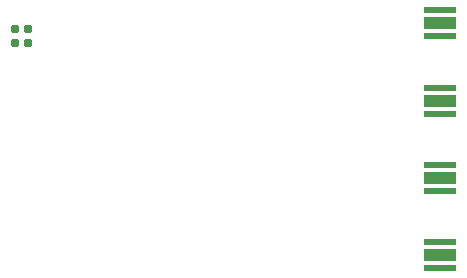
<source format=gbr>
%TF.GenerationSoftware,KiCad,Pcbnew,8.0.3*%
%TF.CreationDate,2024-06-27T14:15:57-04:00*%
%TF.ProjectId,PCB,5043422e-6b69-4636-9164-5f7063625858,rev?*%
%TF.SameCoordinates,Original*%
%TF.FileFunction,Paste,Top*%
%TF.FilePolarity,Positive*%
%FSLAX46Y46*%
G04 Gerber Fmt 4.6, Leading zero omitted, Abs format (unit mm)*
G04 Created by KiCad (PCBNEW 8.0.3) date 2024-06-27 14:15:57*
%MOMM*%
%LPD*%
G01*
G04 APERTURE LIST*
G04 Aperture macros list*
%AMRoundRect*
0 Rectangle with rounded corners*
0 $1 Rounding radius*
0 $2 $3 $4 $5 $6 $7 $8 $9 X,Y pos of 4 corners*
0 Add a 4 corners polygon primitive as box body*
4,1,4,$2,$3,$4,$5,$6,$7,$8,$9,$2,$3,0*
0 Add four circle primitives for the rounded corners*
1,1,$1+$1,$2,$3*
1,1,$1+$1,$4,$5*
1,1,$1+$1,$6,$7*
1,1,$1+$1,$8,$9*
0 Add four rect primitives between the rounded corners*
20,1,$1+$1,$2,$3,$4,$5,0*
20,1,$1+$1,$4,$5,$6,$7,0*
20,1,$1+$1,$6,$7,$8,$9,0*
20,1,$1+$1,$8,$9,$2,$3,0*%
G04 Aperture macros list end*
%ADD10R,2.700000X0.500000*%
%ADD11R,2.700000X1.000000*%
%ADD12RoundRect,0.155000X-0.155000X0.212500X-0.155000X-0.212500X0.155000X-0.212500X0.155000X0.212500X0*%
G04 APERTURE END LIST*
D10*
%TO.C,LED4*%
X252650000Y-68900000D03*
X252650000Y-66700000D03*
D11*
X252650000Y-67800000D03*
%TD*%
D10*
%TO.C,LED3*%
X252650000Y-62350000D03*
X252650000Y-60150000D03*
D11*
X252650000Y-61250000D03*
%TD*%
D10*
%TO.C,LED2*%
X252650000Y-55800000D03*
X252650000Y-53600000D03*
D11*
X252650000Y-54700000D03*
%TD*%
%TO.C,LED1*%
X252650000Y-48100000D03*
D10*
X252650000Y-47000000D03*
X252650000Y-49200000D03*
%TD*%
D12*
%TO.C,C2*%
X216662000Y-48641000D03*
X216662000Y-49776000D03*
%TD*%
%TO.C,C1*%
X217805000Y-48641000D03*
X217805000Y-49776000D03*
%TD*%
M02*

</source>
